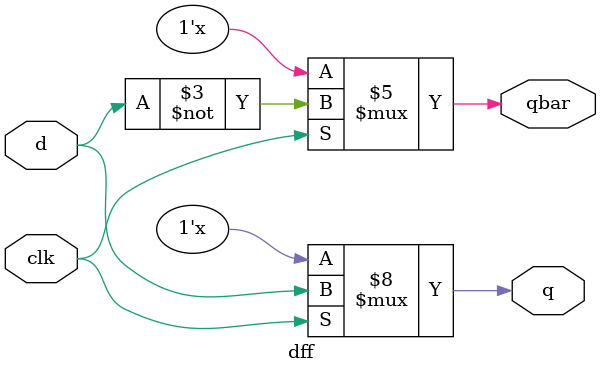
<source format=v>
`timescale 1ns / 1ps


module dff(d,clk,q,qbar
    );
    input d;
    input clk;
    output q;
    output qbar;
    wire d,clk;
    reg q,qbar;
    always @ (clk or d)
    begin
    if (clk==1)
    begin
    q <= d;
    qbar <= ~d;
    end
    else
    begin
    q<=q;
    qbar<=qbar;
    end
    end
endmodule

</source>
